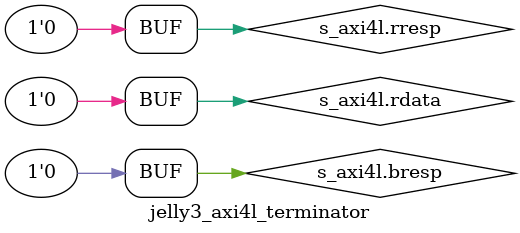
<source format=sv>


`timescale 1ns / 1ps
`default_nettype none


module jelly3_axi4l_terminator
    #(
        parameter   READ_VALUE = '0
    )
    (
        jelly3_axi4l_if.s   s_axi4l
    );

    
    localparam  int     AXI_DATA_BITS = s_axi4l.DATA_BITS;

    // write
    logic       bvalid;
    always_ff @(posedge s_axi4l.aclk ) begin
        if ( ~s_axi4l.aresetn ) begin
            s_axi4l.bvalid <= 0;
        end
        else begin
            if ( s_axi4l.bready ) begin
                s_axi4l.bvalid <= 0;
            end
            if ( s_axi4l.awvalid && s_axi4l.awready ) begin
                s_axi4l.bvalid <= 1'b1;
            end
        end
    end

    assign s_axi4l.awready = (~bvalid || s_axi4l.bready) && s_axi4l.wvalid;
    assign s_axi4l.wready  = (~bvalid || s_axi4l.bready) && s_axi4l.awvalid;
    assign s_axi4l.bresp   = '0;


    // read
    always_ff @(posedge s_axi4l.aclk ) begin
        if ( ~s_axi4l.aresetn ) begin
            s_axi4l.rvalid <= 1'b0;
        end
        else begin
            if ( s_axi4l.rready ) begin
                s_axi4l.rvalid <= 1'b0;
            end
            if ( s_axi4l.arvalid && s_axi4l.arready ) begin
                s_axi4l.rvalid <= 1'b1;
            end
        end
    end

    assign s_axi4l.arready = ~s_axi4l.rvalid || s_axi4l.rready;
    assign s_axi4l.rdata  = READ_VALUE;
    assign s_axi4l.rresp  = '0;

endmodule


`default_nettype wire


// end of file

</source>
